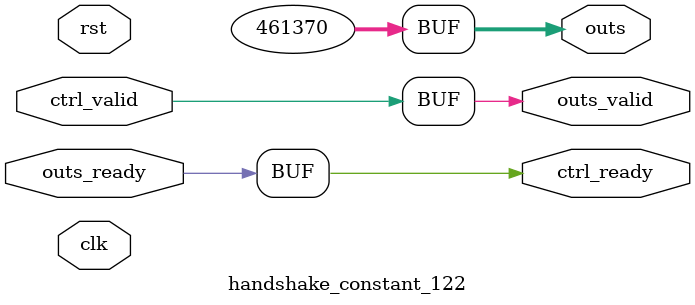
<source format=v>
`timescale 1ns / 1ps
module handshake_constant_122 #(
  parameter DATA_WIDTH = 32  // Default set to 32 bits
) (
  input                       clk,
  input                       rst,
  // Input Channel
  input                       ctrl_valid,
  output                      ctrl_ready,
  // Output Channel
  output [DATA_WIDTH - 1 : 0] outs,
  output                      outs_valid,
  input                       outs_ready
);
  assign outs       = 20'b01110000101000111010;
  assign outs_valid = ctrl_valid;
  assign ctrl_ready = outs_ready;

endmodule

</source>
